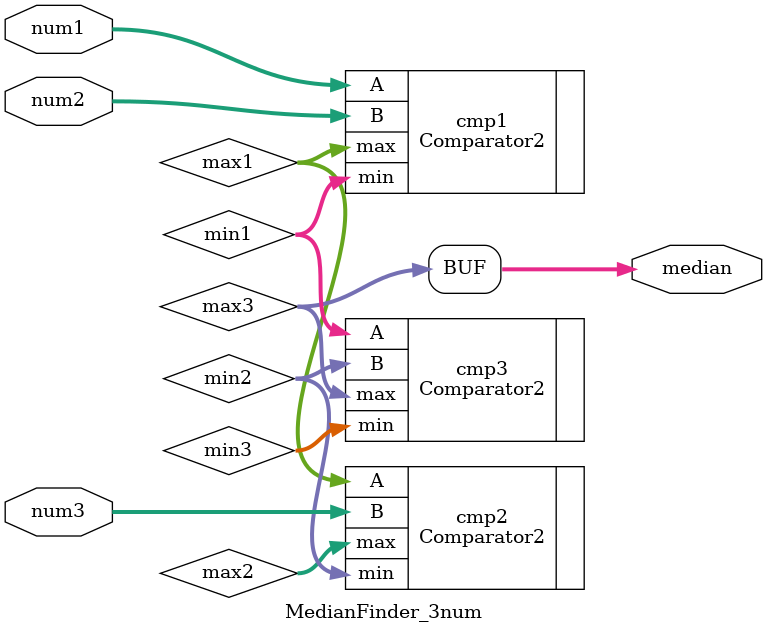
<source format=v>
`include "Comparator2.v"

module MedianFinder_3num(
    input  [3:0]    num1, 
    input  [3:0]    num2, 
    input  [3:0]    num3,  
    output [3:0]    median  
);
    ///////////////////////////////
    //	Write Your Design Here ~ //
    ///////////////////////////////

    wire [3:0] min1, max1; // num1 和 num2 的 min/max
    wire [3:0] min2, max2; // (num1, num2) 中較大者與 num3 的 min/max
    wire [3:0] min3, max3; // (min1, min2) 中的 min/max

    // 第一次比較 num1 和 num2
    Comparator2 cmp1 (
        .A(num1),
        .B(num2),
        .min(min1),
        .max(max1)
    );

    // 第二次比較 max1 和 num3
    Comparator2 cmp2 (
        .A(max1),
        .B(num3),
        .min(min2),
        .max(max2)
    );

    // 第三次比較 min1 和 min2
    Comparator2 cmp3 (
        .A(min1),
        .B(min2),
        .min(min3),
        .max(max3)
    );

    // max3 即為中位數
    assign median = max3;

endmodule
</source>
